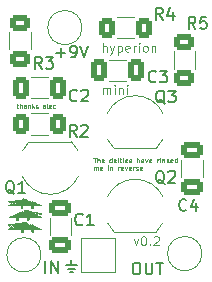
<source format=gto>
%TF.GenerationSoftware,KiCad,Pcbnew,8.0.5*%
%TF.CreationDate,2025-01-13T21:43:40-08:00*%
%TF.ProjectId,hyperion,68797065-7269-46f6-9e2e-6b696361645f,rev?*%
%TF.SameCoordinates,Original*%
%TF.FileFunction,Legend,Top*%
%TF.FilePolarity,Positive*%
%FSLAX46Y46*%
G04 Gerber Fmt 4.6, Leading zero omitted, Abs format (unit mm)*
G04 Created by KiCad (PCBNEW 8.0.5) date 2025-01-13 21:43:40*
%MOMM*%
%LPD*%
G01*
G04 APERTURE LIST*
G04 Aperture macros list*
%AMRoundRect*
0 Rectangle with rounded corners*
0 $1 Rounding radius*
0 $2 $3 $4 $5 $6 $7 $8 $9 X,Y pos of 4 corners*
0 Add a 4 corners polygon primitive as box body*
4,1,4,$2,$3,$4,$5,$6,$7,$8,$9,$2,$3,0*
0 Add four circle primitives for the rounded corners*
1,1,$1+$1,$2,$3*
1,1,$1+$1,$4,$5*
1,1,$1+$1,$6,$7*
1,1,$1+$1,$8,$9*
0 Add four rect primitives between the rounded corners*
20,1,$1+$1,$2,$3,$4,$5,0*
20,1,$1+$1,$4,$5,$6,$7,0*
20,1,$1+$1,$6,$7,$8,$9,0*
20,1,$1+$1,$8,$9,$2,$3,0*%
G04 Aperture macros list end*
%ADD10C,0.095250*%
%ADD11C,0.012700*%
%ADD12C,0.025400*%
%ADD13C,0.044450*%
%ADD14C,0.080010*%
%ADD15C,0.150000*%
%ADD16C,0.120000*%
%ADD17C,2.500000*%
%ADD18R,2.500000X2.500000*%
%ADD19C,1.500000*%
%ADD20R,1.500000X1.500000*%
%ADD21RoundRect,0.250000X-0.412500X-0.650000X0.412500X-0.650000X0.412500X0.650000X-0.412500X0.650000X0*%
%ADD22RoundRect,0.250000X-0.625000X0.400000X-0.625000X-0.400000X0.625000X-0.400000X0.625000X0.400000X0*%
%ADD23RoundRect,0.250000X-0.400000X-0.625000X0.400000X-0.625000X0.400000X0.625000X-0.400000X0.625000X0*%
%ADD24RoundRect,0.250000X0.650000X-0.412500X0.650000X0.412500X-0.650000X0.412500X-0.650000X-0.412500X0*%
%ADD25RoundRect,0.250000X0.625000X-0.400000X0.625000X0.400000X-0.625000X0.400000X-0.625000X-0.400000X0*%
%ADD26RoundRect,0.250000X0.400000X0.625000X-0.400000X0.625000X-0.400000X-0.625000X0.400000X-0.625000X0*%
%ADD27RoundRect,0.250000X-0.650000X0.412500X-0.650000X-0.412500X0.650000X-0.412500X0.650000X0.412500X0*%
G04 APERTURE END LIST*
D10*
X135554092Y-111331792D02*
X135554092Y-110823792D01*
X135554092Y-110896364D02*
X135590378Y-110860078D01*
X135590378Y-110860078D02*
X135662949Y-110823792D01*
X135662949Y-110823792D02*
X135771806Y-110823792D01*
X135771806Y-110823792D02*
X135844378Y-110860078D01*
X135844378Y-110860078D02*
X135880664Y-110932649D01*
X135880664Y-110932649D02*
X135880664Y-111331792D01*
X135880664Y-110932649D02*
X135916949Y-110860078D01*
X135916949Y-110860078D02*
X135989521Y-110823792D01*
X135989521Y-110823792D02*
X136098378Y-110823792D01*
X136098378Y-110823792D02*
X136170949Y-110860078D01*
X136170949Y-110860078D02*
X136207235Y-110932649D01*
X136207235Y-110932649D02*
X136207235Y-111331792D01*
X136570092Y-111331792D02*
X136570092Y-110823792D01*
X136570092Y-110569792D02*
X136533806Y-110606078D01*
X136533806Y-110606078D02*
X136570092Y-110642364D01*
X136570092Y-110642364D02*
X136606378Y-110606078D01*
X136606378Y-110606078D02*
X136570092Y-110569792D01*
X136570092Y-110569792D02*
X136570092Y-110642364D01*
X136932949Y-110823792D02*
X136932949Y-111331792D01*
X136932949Y-110896364D02*
X136969235Y-110860078D01*
X136969235Y-110860078D02*
X137041806Y-110823792D01*
X137041806Y-110823792D02*
X137150663Y-110823792D01*
X137150663Y-110823792D02*
X137223235Y-110860078D01*
X137223235Y-110860078D02*
X137259521Y-110932649D01*
X137259521Y-110932649D02*
X137259521Y-111331792D01*
X137622378Y-111331792D02*
X137622378Y-110823792D01*
X137622378Y-110569792D02*
X137586092Y-110606078D01*
X137586092Y-110606078D02*
X137622378Y-110642364D01*
X137622378Y-110642364D02*
X137658664Y-110606078D01*
X137658664Y-110606078D02*
X137622378Y-110569792D01*
X137622378Y-110569792D02*
X137622378Y-110642364D01*
D11*
X127700000Y-122650000D02*
X127770000Y-122720000D01*
X127620000Y-122490000D02*
X127720000Y-122420000D01*
X127760000Y-122720000D02*
X127800000Y-122650000D01*
X128270000Y-122500000D02*
X128320000Y-122560000D01*
X128210000Y-122550000D02*
X128280000Y-122500000D01*
X128160000Y-122490000D02*
X128210000Y-122550000D01*
X127970000Y-122690000D02*
X128010000Y-122610000D01*
X127880000Y-122450000D02*
X127960000Y-122540000D01*
X128100000Y-122590000D02*
X128150000Y-122640000D01*
X127570000Y-122400000D02*
X127620000Y-122490000D01*
X127960000Y-122540000D02*
X128010000Y-122470000D01*
X127660000Y-122730000D02*
X127700000Y-122650000D01*
X128065000Y-122540000D02*
X128160000Y-122490000D01*
X128320000Y-122560000D02*
X128390000Y-122510000D01*
X127890000Y-122630000D02*
X127950000Y-122670000D01*
X127720000Y-122420000D02*
X127780000Y-122520000D01*
D12*
X128870000Y-122200000D02*
X128870000Y-122300000D01*
X128920000Y-122200000D01*
X129020000Y-122200000D01*
X129070000Y-122250000D01*
X129070000Y-122400000D01*
X129170000Y-122300000D01*
X129270000Y-122450000D01*
X129420000Y-122350000D01*
X129470000Y-122500000D01*
X129570000Y-122400000D01*
X129670000Y-122550000D01*
X129820000Y-122500000D01*
X129870000Y-122600000D01*
X130320000Y-122750000D01*
X129670000Y-122750000D01*
X129670000Y-123000000D01*
X129620000Y-122950000D01*
X129620000Y-123000000D01*
X129570000Y-122950000D01*
X129570000Y-123000000D01*
X129520000Y-122950000D01*
X129520000Y-122750000D01*
X128770000Y-122750000D01*
X128770000Y-123000000D01*
X128720000Y-122950000D01*
X128720000Y-123000000D01*
X128670000Y-122950000D01*
X128670000Y-123000000D01*
X128620000Y-122950000D01*
X128620000Y-122750000D01*
X127570000Y-122750000D01*
X128620000Y-122550000D01*
X127570000Y-122400000D01*
X128670000Y-122300000D01*
X128720000Y-122200000D01*
X128820000Y-122150000D01*
X128870000Y-122200000D01*
G36*
X128870000Y-122200000D02*
G01*
X128870000Y-122300000D01*
X128920000Y-122200000D01*
X129020000Y-122200000D01*
X129070000Y-122250000D01*
X129070000Y-122400000D01*
X129170000Y-122300000D01*
X129270000Y-122450000D01*
X129420000Y-122350000D01*
X129470000Y-122500000D01*
X129570000Y-122400000D01*
X129670000Y-122550000D01*
X129820000Y-122500000D01*
X129870000Y-122600000D01*
X130320000Y-122750000D01*
X129670000Y-122750000D01*
X129670000Y-123000000D01*
X129620000Y-122950000D01*
X129620000Y-123000000D01*
X129570000Y-122950000D01*
X129570000Y-123000000D01*
X129520000Y-122950000D01*
X129520000Y-122750000D01*
X128770000Y-122750000D01*
X128770000Y-123000000D01*
X128720000Y-122950000D01*
X128720000Y-123000000D01*
X128670000Y-122950000D01*
X128670000Y-123000000D01*
X128620000Y-122950000D01*
X128620000Y-122750000D01*
X127570000Y-122750000D01*
X128620000Y-122550000D01*
X127570000Y-122400000D01*
X128670000Y-122300000D01*
X128720000Y-122200000D01*
X128820000Y-122150000D01*
X128870000Y-122200000D01*
G37*
D11*
X127780000Y-122520000D02*
X127880000Y-122450000D01*
X127840000Y-122700000D02*
X127890000Y-122630000D01*
X127800000Y-122650000D02*
X127840000Y-122690000D01*
X128060000Y-122670000D02*
X128100000Y-122590000D01*
X128010000Y-122610000D02*
X128080000Y-122680000D01*
X128010000Y-122470000D02*
X128060000Y-122540000D01*
X129650000Y-121500000D02*
X129600000Y-121560000D01*
X129710000Y-121550000D02*
X129640000Y-121500000D01*
X129760000Y-121490000D02*
X129710000Y-121550000D01*
X129950000Y-121690000D02*
X129910000Y-121610000D01*
X129910000Y-121610000D02*
X129840000Y-121680000D01*
X130260000Y-121730000D02*
X130220000Y-121650000D01*
X129855000Y-121540000D02*
X129760000Y-121490000D01*
X130200000Y-121420000D02*
X130140000Y-121520000D01*
X130120000Y-121650000D02*
X130080000Y-121690000D01*
X130220000Y-121650000D02*
X130150000Y-121720000D01*
X130160000Y-121720000D02*
X130120000Y-121650000D01*
X129820000Y-121590000D02*
X129770000Y-121640000D01*
X129860000Y-121670000D02*
X129820000Y-121590000D01*
X129910000Y-121470000D02*
X129860000Y-121540000D01*
X129960000Y-121540000D02*
X129910000Y-121470000D01*
D12*
X129200000Y-121200000D02*
X129250000Y-121300000D01*
X130350000Y-121400000D01*
X129300000Y-121550000D01*
X130350000Y-121750000D01*
X129300000Y-121750000D01*
X129300000Y-121950000D01*
X129250000Y-122000000D01*
X129250000Y-121950000D01*
X129200000Y-122000000D01*
X129200000Y-121950000D01*
X129150000Y-122000000D01*
X129150000Y-121750000D01*
X128400000Y-121750000D01*
X128400000Y-121950000D01*
X128350000Y-122000000D01*
X128350000Y-121950000D01*
X128300000Y-122000000D01*
X128300000Y-121950000D01*
X128250000Y-122000000D01*
X128250000Y-121750000D01*
X127600000Y-121750000D01*
X128050000Y-121600000D01*
X128100000Y-121500000D01*
X128250000Y-121550000D01*
X128350000Y-121400000D01*
X128450000Y-121500000D01*
X128500000Y-121350000D01*
X128650000Y-121450000D01*
X128750000Y-121300000D01*
X128850000Y-121400000D01*
X128850000Y-121250000D01*
X128900000Y-121200000D01*
X129000000Y-121200000D01*
X129050000Y-121300000D01*
X129050000Y-121200000D01*
X129100000Y-121150000D01*
X129200000Y-121200000D01*
G36*
X129200000Y-121200000D02*
G01*
X129250000Y-121300000D01*
X130350000Y-121400000D01*
X129300000Y-121550000D01*
X130350000Y-121750000D01*
X129300000Y-121750000D01*
X129300000Y-121950000D01*
X129250000Y-122000000D01*
X129250000Y-121950000D01*
X129200000Y-122000000D01*
X129200000Y-121950000D01*
X129150000Y-122000000D01*
X129150000Y-121750000D01*
X128400000Y-121750000D01*
X128400000Y-121950000D01*
X128350000Y-122000000D01*
X128350000Y-121950000D01*
X128300000Y-122000000D01*
X128300000Y-121950000D01*
X128250000Y-122000000D01*
X128250000Y-121750000D01*
X127600000Y-121750000D01*
X128050000Y-121600000D01*
X128100000Y-121500000D01*
X128250000Y-121550000D01*
X128350000Y-121400000D01*
X128450000Y-121500000D01*
X128500000Y-121350000D01*
X128650000Y-121450000D01*
X128750000Y-121300000D01*
X128850000Y-121400000D01*
X128850000Y-121250000D01*
X128900000Y-121200000D01*
X129000000Y-121200000D01*
X129050000Y-121300000D01*
X129050000Y-121200000D01*
X129100000Y-121150000D01*
X129200000Y-121200000D01*
G37*
D11*
X130300000Y-121490000D02*
X130200000Y-121420000D01*
X130040000Y-121450000D02*
X129960000Y-121540000D01*
X129600000Y-121560000D02*
X129530000Y-121510000D01*
X130350000Y-121400000D02*
X130300000Y-121490000D01*
X130140000Y-121520000D02*
X130040000Y-121450000D01*
X130080000Y-121700000D02*
X130030000Y-121630000D01*
X130030000Y-121630000D02*
X129970000Y-121670000D01*
X128300000Y-120580000D02*
X128370000Y-120530000D01*
X128250000Y-120520000D02*
X128300000Y-120580000D01*
X128190000Y-120570000D02*
X128260000Y-120520000D01*
X128140000Y-120510000D02*
X128190000Y-120570000D01*
X127950000Y-120710000D02*
X127990000Y-120630000D01*
X127990000Y-120630000D02*
X128060000Y-120700000D01*
X127780000Y-120670000D02*
X127820000Y-120710000D01*
X127740000Y-120740000D02*
X127780000Y-120670000D01*
X128080000Y-120610000D02*
X128130000Y-120660000D01*
X128040000Y-120690000D02*
X128080000Y-120610000D01*
X127870000Y-120650000D02*
X127930000Y-120690000D01*
X127820000Y-120720000D02*
X127870000Y-120650000D01*
X127680000Y-120670000D02*
X127750000Y-120740000D01*
X127640000Y-120750000D02*
X127680000Y-120670000D01*
X128045000Y-120560000D02*
X128140000Y-120510000D01*
X127990000Y-120490000D02*
X128040000Y-120560000D01*
X127940000Y-120560000D02*
X127990000Y-120490000D01*
X127860000Y-120470000D02*
X127940000Y-120560000D01*
X127760000Y-120540000D02*
X127860000Y-120470000D01*
X127700000Y-120440000D02*
X127760000Y-120540000D01*
X127600000Y-120510000D02*
X127700000Y-120440000D01*
X127550000Y-120420000D02*
X127600000Y-120510000D01*
D12*
X128850000Y-120220000D02*
X128850000Y-120320000D01*
X128900000Y-120220000D01*
X129000000Y-120220000D01*
X129050000Y-120270000D01*
X129050000Y-120420000D01*
X129150000Y-120320000D01*
X129250000Y-120470000D01*
X129400000Y-120370000D01*
X129450000Y-120520000D01*
X129550000Y-120420000D01*
X129650000Y-120570000D01*
X129800000Y-120520000D01*
X129850000Y-120620000D01*
X130300000Y-120770000D01*
X129650000Y-120770000D01*
X129650000Y-121020000D01*
X129600000Y-120970000D01*
X129600000Y-121020000D01*
X129550000Y-120970000D01*
X129550000Y-121020000D01*
X129500000Y-120970000D01*
X129500000Y-120770000D01*
X128750000Y-120770000D01*
X128750000Y-121020000D01*
X128700000Y-120970000D01*
X128700000Y-121020000D01*
X128650000Y-120970000D01*
X128650000Y-121020000D01*
X128600000Y-120970000D01*
X128600000Y-120770000D01*
X127550000Y-120770000D01*
X128600000Y-120570000D01*
X127550000Y-120420000D01*
X128650000Y-120320000D01*
X128700000Y-120220000D01*
X128800000Y-120170000D01*
X128850000Y-120220000D01*
G36*
X128850000Y-120220000D02*
G01*
X128850000Y-120320000D01*
X128900000Y-120220000D01*
X129000000Y-120220000D01*
X129050000Y-120270000D01*
X129050000Y-120420000D01*
X129150000Y-120320000D01*
X129250000Y-120470000D01*
X129400000Y-120370000D01*
X129450000Y-120520000D01*
X129550000Y-120420000D01*
X129650000Y-120570000D01*
X129800000Y-120520000D01*
X129850000Y-120620000D01*
X130300000Y-120770000D01*
X129650000Y-120770000D01*
X129650000Y-121020000D01*
X129600000Y-120970000D01*
X129600000Y-121020000D01*
X129550000Y-120970000D01*
X129550000Y-121020000D01*
X129500000Y-120970000D01*
X129500000Y-120770000D01*
X128750000Y-120770000D01*
X128750000Y-121020000D01*
X128700000Y-120970000D01*
X128700000Y-121020000D01*
X128650000Y-120970000D01*
X128650000Y-121020000D01*
X128600000Y-120970000D01*
X128600000Y-120770000D01*
X127550000Y-120770000D01*
X128600000Y-120570000D01*
X127550000Y-120420000D01*
X128650000Y-120320000D01*
X128700000Y-120220000D01*
X128800000Y-120170000D01*
X128850000Y-120220000D01*
G37*
D13*
X128275528Y-112297060D02*
X128420671Y-112297060D01*
X128329957Y-112170060D02*
X128329957Y-112496632D01*
X128329957Y-112496632D02*
X128348100Y-112532918D01*
X128348100Y-112532918D02*
X128384385Y-112551060D01*
X128384385Y-112551060D02*
X128420671Y-112551060D01*
X128547671Y-112551060D02*
X128547671Y-112170060D01*
X128710957Y-112551060D02*
X128710957Y-112351489D01*
X128710957Y-112351489D02*
X128692814Y-112315203D01*
X128692814Y-112315203D02*
X128656528Y-112297060D01*
X128656528Y-112297060D02*
X128602099Y-112297060D01*
X128602099Y-112297060D02*
X128565814Y-112315203D01*
X128565814Y-112315203D02*
X128547671Y-112333346D01*
X129055671Y-112551060D02*
X129055671Y-112351489D01*
X129055671Y-112351489D02*
X129037528Y-112315203D01*
X129037528Y-112315203D02*
X129001242Y-112297060D01*
X129001242Y-112297060D02*
X128928671Y-112297060D01*
X128928671Y-112297060D02*
X128892385Y-112315203D01*
X129055671Y-112532918D02*
X129019385Y-112551060D01*
X129019385Y-112551060D02*
X128928671Y-112551060D01*
X128928671Y-112551060D02*
X128892385Y-112532918D01*
X128892385Y-112532918D02*
X128874242Y-112496632D01*
X128874242Y-112496632D02*
X128874242Y-112460346D01*
X128874242Y-112460346D02*
X128892385Y-112424060D01*
X128892385Y-112424060D02*
X128928671Y-112405918D01*
X128928671Y-112405918D02*
X129019385Y-112405918D01*
X129019385Y-112405918D02*
X129055671Y-112387775D01*
X129237099Y-112297060D02*
X129237099Y-112551060D01*
X129237099Y-112333346D02*
X129255242Y-112315203D01*
X129255242Y-112315203D02*
X129291527Y-112297060D01*
X129291527Y-112297060D02*
X129345956Y-112297060D01*
X129345956Y-112297060D02*
X129382242Y-112315203D01*
X129382242Y-112315203D02*
X129400385Y-112351489D01*
X129400385Y-112351489D02*
X129400385Y-112551060D01*
X129581813Y-112551060D02*
X129581813Y-112170060D01*
X129618099Y-112405918D02*
X129726956Y-112551060D01*
X129726956Y-112297060D02*
X129581813Y-112442203D01*
X129872099Y-112532918D02*
X129908385Y-112551060D01*
X129908385Y-112551060D02*
X129980956Y-112551060D01*
X129980956Y-112551060D02*
X130017242Y-112532918D01*
X130017242Y-112532918D02*
X130035385Y-112496632D01*
X130035385Y-112496632D02*
X130035385Y-112478489D01*
X130035385Y-112478489D02*
X130017242Y-112442203D01*
X130017242Y-112442203D02*
X129980956Y-112424060D01*
X129980956Y-112424060D02*
X129926528Y-112424060D01*
X129926528Y-112424060D02*
X129890242Y-112405918D01*
X129890242Y-112405918D02*
X129872099Y-112369632D01*
X129872099Y-112369632D02*
X129872099Y-112351489D01*
X129872099Y-112351489D02*
X129890242Y-112315203D01*
X129890242Y-112315203D02*
X129926528Y-112297060D01*
X129926528Y-112297060D02*
X129980956Y-112297060D01*
X129980956Y-112297060D02*
X130017242Y-112315203D01*
X130652243Y-112551060D02*
X130652243Y-112351489D01*
X130652243Y-112351489D02*
X130634100Y-112315203D01*
X130634100Y-112315203D02*
X130597814Y-112297060D01*
X130597814Y-112297060D02*
X130525243Y-112297060D01*
X130525243Y-112297060D02*
X130488957Y-112315203D01*
X130652243Y-112532918D02*
X130615957Y-112551060D01*
X130615957Y-112551060D02*
X130525243Y-112551060D01*
X130525243Y-112551060D02*
X130488957Y-112532918D01*
X130488957Y-112532918D02*
X130470814Y-112496632D01*
X130470814Y-112496632D02*
X130470814Y-112460346D01*
X130470814Y-112460346D02*
X130488957Y-112424060D01*
X130488957Y-112424060D02*
X130525243Y-112405918D01*
X130525243Y-112405918D02*
X130615957Y-112405918D01*
X130615957Y-112405918D02*
X130652243Y-112387775D01*
X130888099Y-112551060D02*
X130851814Y-112532918D01*
X130851814Y-112532918D02*
X130833671Y-112496632D01*
X130833671Y-112496632D02*
X130833671Y-112170060D01*
X131178385Y-112532918D02*
X131142099Y-112551060D01*
X131142099Y-112551060D02*
X131069528Y-112551060D01*
X131069528Y-112551060D02*
X131033242Y-112532918D01*
X131033242Y-112532918D02*
X131015099Y-112496632D01*
X131015099Y-112496632D02*
X131015099Y-112351489D01*
X131015099Y-112351489D02*
X131033242Y-112315203D01*
X131033242Y-112315203D02*
X131069528Y-112297060D01*
X131069528Y-112297060D02*
X131142099Y-112297060D01*
X131142099Y-112297060D02*
X131178385Y-112315203D01*
X131178385Y-112315203D02*
X131196528Y-112351489D01*
X131196528Y-112351489D02*
X131196528Y-112387775D01*
X131196528Y-112387775D02*
X131015099Y-112424060D01*
X131523099Y-112532918D02*
X131486813Y-112551060D01*
X131486813Y-112551060D02*
X131414241Y-112551060D01*
X131414241Y-112551060D02*
X131377956Y-112532918D01*
X131377956Y-112532918D02*
X131359813Y-112514775D01*
X131359813Y-112514775D02*
X131341670Y-112478489D01*
X131341670Y-112478489D02*
X131341670Y-112369632D01*
X131341670Y-112369632D02*
X131359813Y-112333346D01*
X131359813Y-112333346D02*
X131377956Y-112315203D01*
X131377956Y-112315203D02*
X131414241Y-112297060D01*
X131414241Y-112297060D02*
X131486813Y-112297060D01*
X131486813Y-112297060D02*
X131523099Y-112315203D01*
D14*
X134741342Y-116745422D02*
X134973571Y-116745422D01*
X134857457Y-117151822D02*
X134857457Y-116745422D01*
X135109037Y-117151822D02*
X135109037Y-116745422D01*
X135283209Y-117151822D02*
X135283209Y-116938946D01*
X135283209Y-116938946D02*
X135263856Y-116900241D01*
X135263856Y-116900241D02*
X135225152Y-116880889D01*
X135225152Y-116880889D02*
X135167095Y-116880889D01*
X135167095Y-116880889D02*
X135128390Y-116900241D01*
X135128390Y-116900241D02*
X135109037Y-116919593D01*
X135631551Y-117132470D02*
X135592847Y-117151822D01*
X135592847Y-117151822D02*
X135515437Y-117151822D01*
X135515437Y-117151822D02*
X135476732Y-117132470D01*
X135476732Y-117132470D02*
X135457380Y-117093765D01*
X135457380Y-117093765D02*
X135457380Y-116938946D01*
X135457380Y-116938946D02*
X135476732Y-116900241D01*
X135476732Y-116900241D02*
X135515437Y-116880889D01*
X135515437Y-116880889D02*
X135592847Y-116880889D01*
X135592847Y-116880889D02*
X135631551Y-116900241D01*
X135631551Y-116900241D02*
X135650904Y-116938946D01*
X135650904Y-116938946D02*
X135650904Y-116977650D01*
X135650904Y-116977650D02*
X135457380Y-117016355D01*
X136308885Y-117151822D02*
X136308885Y-116745422D01*
X136308885Y-117132470D02*
X136270180Y-117151822D01*
X136270180Y-117151822D02*
X136192771Y-117151822D01*
X136192771Y-117151822D02*
X136154066Y-117132470D01*
X136154066Y-117132470D02*
X136134713Y-117113117D01*
X136134713Y-117113117D02*
X136115361Y-117074412D01*
X136115361Y-117074412D02*
X136115361Y-116958298D01*
X136115361Y-116958298D02*
X136134713Y-116919593D01*
X136134713Y-116919593D02*
X136154066Y-116900241D01*
X136154066Y-116900241D02*
X136192771Y-116880889D01*
X136192771Y-116880889D02*
X136270180Y-116880889D01*
X136270180Y-116880889D02*
X136308885Y-116900241D01*
X136657227Y-117132470D02*
X136618523Y-117151822D01*
X136618523Y-117151822D02*
X136541113Y-117151822D01*
X136541113Y-117151822D02*
X136502408Y-117132470D01*
X136502408Y-117132470D02*
X136483056Y-117093765D01*
X136483056Y-117093765D02*
X136483056Y-116938946D01*
X136483056Y-116938946D02*
X136502408Y-116900241D01*
X136502408Y-116900241D02*
X136541113Y-116880889D01*
X136541113Y-116880889D02*
X136618523Y-116880889D01*
X136618523Y-116880889D02*
X136657227Y-116900241D01*
X136657227Y-116900241D02*
X136676580Y-116938946D01*
X136676580Y-116938946D02*
X136676580Y-116977650D01*
X136676580Y-116977650D02*
X136483056Y-117016355D01*
X136850751Y-117151822D02*
X136850751Y-116880889D01*
X136850751Y-116745422D02*
X136831399Y-116764774D01*
X136831399Y-116764774D02*
X136850751Y-116784127D01*
X136850751Y-116784127D02*
X136870104Y-116764774D01*
X136870104Y-116764774D02*
X136850751Y-116745422D01*
X136850751Y-116745422D02*
X136850751Y-116784127D01*
X136986218Y-116880889D02*
X137141037Y-116880889D01*
X137044275Y-116745422D02*
X137044275Y-117093765D01*
X137044275Y-117093765D02*
X137063628Y-117132470D01*
X137063628Y-117132470D02*
X137102333Y-117151822D01*
X137102333Y-117151822D02*
X137141037Y-117151822D01*
X137276504Y-117151822D02*
X137276504Y-116880889D01*
X137276504Y-116745422D02*
X137257152Y-116764774D01*
X137257152Y-116764774D02*
X137276504Y-116784127D01*
X137276504Y-116784127D02*
X137295857Y-116764774D01*
X137295857Y-116764774D02*
X137276504Y-116745422D01*
X137276504Y-116745422D02*
X137276504Y-116784127D01*
X137624847Y-117132470D02*
X137586143Y-117151822D01*
X137586143Y-117151822D02*
X137508733Y-117151822D01*
X137508733Y-117151822D02*
X137470028Y-117132470D01*
X137470028Y-117132470D02*
X137450676Y-117093765D01*
X137450676Y-117093765D02*
X137450676Y-116938946D01*
X137450676Y-116938946D02*
X137470028Y-116900241D01*
X137470028Y-116900241D02*
X137508733Y-116880889D01*
X137508733Y-116880889D02*
X137586143Y-116880889D01*
X137586143Y-116880889D02*
X137624847Y-116900241D01*
X137624847Y-116900241D02*
X137644200Y-116938946D01*
X137644200Y-116938946D02*
X137644200Y-116977650D01*
X137644200Y-116977650D02*
X137450676Y-117016355D01*
X137799019Y-117132470D02*
X137837724Y-117151822D01*
X137837724Y-117151822D02*
X137915133Y-117151822D01*
X137915133Y-117151822D02*
X137953838Y-117132470D01*
X137953838Y-117132470D02*
X137973190Y-117093765D01*
X137973190Y-117093765D02*
X137973190Y-117074412D01*
X137973190Y-117074412D02*
X137953838Y-117035708D01*
X137953838Y-117035708D02*
X137915133Y-117016355D01*
X137915133Y-117016355D02*
X137857076Y-117016355D01*
X137857076Y-117016355D02*
X137818371Y-116997003D01*
X137818371Y-116997003D02*
X137799019Y-116958298D01*
X137799019Y-116958298D02*
X137799019Y-116938946D01*
X137799019Y-116938946D02*
X137818371Y-116900241D01*
X137818371Y-116900241D02*
X137857076Y-116880889D01*
X137857076Y-116880889D02*
X137915133Y-116880889D01*
X137915133Y-116880889D02*
X137953838Y-116900241D01*
X138456999Y-117151822D02*
X138456999Y-116745422D01*
X138631171Y-117151822D02*
X138631171Y-116938946D01*
X138631171Y-116938946D02*
X138611818Y-116900241D01*
X138611818Y-116900241D02*
X138573114Y-116880889D01*
X138573114Y-116880889D02*
X138515057Y-116880889D01*
X138515057Y-116880889D02*
X138476352Y-116900241D01*
X138476352Y-116900241D02*
X138456999Y-116919593D01*
X138998866Y-117151822D02*
X138998866Y-116938946D01*
X138998866Y-116938946D02*
X138979513Y-116900241D01*
X138979513Y-116900241D02*
X138940809Y-116880889D01*
X138940809Y-116880889D02*
X138863399Y-116880889D01*
X138863399Y-116880889D02*
X138824694Y-116900241D01*
X138998866Y-117132470D02*
X138960161Y-117151822D01*
X138960161Y-117151822D02*
X138863399Y-117151822D01*
X138863399Y-117151822D02*
X138824694Y-117132470D01*
X138824694Y-117132470D02*
X138805342Y-117093765D01*
X138805342Y-117093765D02*
X138805342Y-117055060D01*
X138805342Y-117055060D02*
X138824694Y-117016355D01*
X138824694Y-117016355D02*
X138863399Y-116997003D01*
X138863399Y-116997003D02*
X138960161Y-116997003D01*
X138960161Y-116997003D02*
X138998866Y-116977650D01*
X139153685Y-116880889D02*
X139250447Y-117151822D01*
X139250447Y-117151822D02*
X139347208Y-116880889D01*
X139656846Y-117132470D02*
X139618142Y-117151822D01*
X139618142Y-117151822D02*
X139540732Y-117151822D01*
X139540732Y-117151822D02*
X139502027Y-117132470D01*
X139502027Y-117132470D02*
X139482675Y-117093765D01*
X139482675Y-117093765D02*
X139482675Y-116938946D01*
X139482675Y-116938946D02*
X139502027Y-116900241D01*
X139502027Y-116900241D02*
X139540732Y-116880889D01*
X139540732Y-116880889D02*
X139618142Y-116880889D01*
X139618142Y-116880889D02*
X139656846Y-116900241D01*
X139656846Y-116900241D02*
X139676199Y-116938946D01*
X139676199Y-116938946D02*
X139676199Y-116977650D01*
X139676199Y-116977650D02*
X139482675Y-117016355D01*
X140160008Y-117151822D02*
X140160008Y-116880889D01*
X140160008Y-116958298D02*
X140179361Y-116919593D01*
X140179361Y-116919593D02*
X140198713Y-116900241D01*
X140198713Y-116900241D02*
X140237418Y-116880889D01*
X140237418Y-116880889D02*
X140276123Y-116880889D01*
X140411589Y-117151822D02*
X140411589Y-116880889D01*
X140411589Y-116745422D02*
X140392237Y-116764774D01*
X140392237Y-116764774D02*
X140411589Y-116784127D01*
X140411589Y-116784127D02*
X140430942Y-116764774D01*
X140430942Y-116764774D02*
X140411589Y-116745422D01*
X140411589Y-116745422D02*
X140411589Y-116784127D01*
X140605113Y-116880889D02*
X140605113Y-117151822D01*
X140605113Y-116919593D02*
X140624466Y-116900241D01*
X140624466Y-116900241D02*
X140663171Y-116880889D01*
X140663171Y-116880889D02*
X140721228Y-116880889D01*
X140721228Y-116880889D02*
X140759932Y-116900241D01*
X140759932Y-116900241D02*
X140779285Y-116938946D01*
X140779285Y-116938946D02*
X140779285Y-117151822D01*
X140953456Y-117132470D02*
X140992161Y-117151822D01*
X140992161Y-117151822D02*
X141069570Y-117151822D01*
X141069570Y-117151822D02*
X141108275Y-117132470D01*
X141108275Y-117132470D02*
X141127627Y-117093765D01*
X141127627Y-117093765D02*
X141127627Y-117074412D01*
X141127627Y-117074412D02*
X141108275Y-117035708D01*
X141108275Y-117035708D02*
X141069570Y-117016355D01*
X141069570Y-117016355D02*
X141011513Y-117016355D01*
X141011513Y-117016355D02*
X140972808Y-116997003D01*
X140972808Y-116997003D02*
X140953456Y-116958298D01*
X140953456Y-116958298D02*
X140953456Y-116938946D01*
X140953456Y-116938946D02*
X140972808Y-116900241D01*
X140972808Y-116900241D02*
X141011513Y-116880889D01*
X141011513Y-116880889D02*
X141069570Y-116880889D01*
X141069570Y-116880889D02*
X141108275Y-116900241D01*
X141456617Y-117132470D02*
X141417913Y-117151822D01*
X141417913Y-117151822D02*
X141340503Y-117151822D01*
X141340503Y-117151822D02*
X141301798Y-117132470D01*
X141301798Y-117132470D02*
X141282446Y-117093765D01*
X141282446Y-117093765D02*
X141282446Y-116938946D01*
X141282446Y-116938946D02*
X141301798Y-116900241D01*
X141301798Y-116900241D02*
X141340503Y-116880889D01*
X141340503Y-116880889D02*
X141417913Y-116880889D01*
X141417913Y-116880889D02*
X141456617Y-116900241D01*
X141456617Y-116900241D02*
X141475970Y-116938946D01*
X141475970Y-116938946D02*
X141475970Y-116977650D01*
X141475970Y-116977650D02*
X141282446Y-117016355D01*
X141824313Y-117151822D02*
X141824313Y-116745422D01*
X141824313Y-117132470D02*
X141785608Y-117151822D01*
X141785608Y-117151822D02*
X141708199Y-117151822D01*
X141708199Y-117151822D02*
X141669494Y-117132470D01*
X141669494Y-117132470D02*
X141650141Y-117113117D01*
X141650141Y-117113117D02*
X141630789Y-117074412D01*
X141630789Y-117074412D02*
X141630789Y-116958298D01*
X141630789Y-116958298D02*
X141650141Y-116919593D01*
X141650141Y-116919593D02*
X141669494Y-116900241D01*
X141669494Y-116900241D02*
X141708199Y-116880889D01*
X141708199Y-116880889D02*
X141785608Y-116880889D01*
X141785608Y-116880889D02*
X141824313Y-116900241D01*
X134799399Y-117806103D02*
X134799399Y-117535170D01*
X134799399Y-117573874D02*
X134818752Y-117554522D01*
X134818752Y-117554522D02*
X134857457Y-117535170D01*
X134857457Y-117535170D02*
X134915514Y-117535170D01*
X134915514Y-117535170D02*
X134954218Y-117554522D01*
X134954218Y-117554522D02*
X134973571Y-117593227D01*
X134973571Y-117593227D02*
X134973571Y-117806103D01*
X134973571Y-117593227D02*
X134992923Y-117554522D01*
X134992923Y-117554522D02*
X135031628Y-117535170D01*
X135031628Y-117535170D02*
X135089685Y-117535170D01*
X135089685Y-117535170D02*
X135128390Y-117554522D01*
X135128390Y-117554522D02*
X135147742Y-117593227D01*
X135147742Y-117593227D02*
X135147742Y-117806103D01*
X135496085Y-117786751D02*
X135457381Y-117806103D01*
X135457381Y-117806103D02*
X135379971Y-117806103D01*
X135379971Y-117806103D02*
X135341266Y-117786751D01*
X135341266Y-117786751D02*
X135321914Y-117748046D01*
X135321914Y-117748046D02*
X135321914Y-117593227D01*
X135321914Y-117593227D02*
X135341266Y-117554522D01*
X135341266Y-117554522D02*
X135379971Y-117535170D01*
X135379971Y-117535170D02*
X135457381Y-117535170D01*
X135457381Y-117535170D02*
X135496085Y-117554522D01*
X135496085Y-117554522D02*
X135515438Y-117593227D01*
X135515438Y-117593227D02*
X135515438Y-117631931D01*
X135515438Y-117631931D02*
X135321914Y-117670636D01*
X135999247Y-117806103D02*
X135999247Y-117535170D01*
X135999247Y-117399703D02*
X135979895Y-117419055D01*
X135979895Y-117419055D02*
X135999247Y-117438408D01*
X135999247Y-117438408D02*
X136018600Y-117419055D01*
X136018600Y-117419055D02*
X135999247Y-117399703D01*
X135999247Y-117399703D02*
X135999247Y-117438408D01*
X136192771Y-117535170D02*
X136192771Y-117806103D01*
X136192771Y-117573874D02*
X136212124Y-117554522D01*
X136212124Y-117554522D02*
X136250829Y-117535170D01*
X136250829Y-117535170D02*
X136308886Y-117535170D01*
X136308886Y-117535170D02*
X136347590Y-117554522D01*
X136347590Y-117554522D02*
X136366943Y-117593227D01*
X136366943Y-117593227D02*
X136366943Y-117806103D01*
X136870104Y-117806103D02*
X136870104Y-117535170D01*
X136870104Y-117612579D02*
X136889457Y-117573874D01*
X136889457Y-117573874D02*
X136908809Y-117554522D01*
X136908809Y-117554522D02*
X136947514Y-117535170D01*
X136947514Y-117535170D02*
X136986219Y-117535170D01*
X137276504Y-117786751D02*
X137237800Y-117806103D01*
X137237800Y-117806103D02*
X137160390Y-117806103D01*
X137160390Y-117806103D02*
X137121685Y-117786751D01*
X137121685Y-117786751D02*
X137102333Y-117748046D01*
X137102333Y-117748046D02*
X137102333Y-117593227D01*
X137102333Y-117593227D02*
X137121685Y-117554522D01*
X137121685Y-117554522D02*
X137160390Y-117535170D01*
X137160390Y-117535170D02*
X137237800Y-117535170D01*
X137237800Y-117535170D02*
X137276504Y-117554522D01*
X137276504Y-117554522D02*
X137295857Y-117593227D01*
X137295857Y-117593227D02*
X137295857Y-117631931D01*
X137295857Y-117631931D02*
X137102333Y-117670636D01*
X137431324Y-117535170D02*
X137528086Y-117806103D01*
X137528086Y-117806103D02*
X137624847Y-117535170D01*
X137934485Y-117786751D02*
X137895781Y-117806103D01*
X137895781Y-117806103D02*
X137818371Y-117806103D01*
X137818371Y-117806103D02*
X137779666Y-117786751D01*
X137779666Y-117786751D02*
X137760314Y-117748046D01*
X137760314Y-117748046D02*
X137760314Y-117593227D01*
X137760314Y-117593227D02*
X137779666Y-117554522D01*
X137779666Y-117554522D02*
X137818371Y-117535170D01*
X137818371Y-117535170D02*
X137895781Y-117535170D01*
X137895781Y-117535170D02*
X137934485Y-117554522D01*
X137934485Y-117554522D02*
X137953838Y-117593227D01*
X137953838Y-117593227D02*
X137953838Y-117631931D01*
X137953838Y-117631931D02*
X137760314Y-117670636D01*
X138128009Y-117806103D02*
X138128009Y-117535170D01*
X138128009Y-117612579D02*
X138147362Y-117573874D01*
X138147362Y-117573874D02*
X138166714Y-117554522D01*
X138166714Y-117554522D02*
X138205419Y-117535170D01*
X138205419Y-117535170D02*
X138244124Y-117535170D01*
X138360238Y-117786751D02*
X138398943Y-117806103D01*
X138398943Y-117806103D02*
X138476352Y-117806103D01*
X138476352Y-117806103D02*
X138515057Y-117786751D01*
X138515057Y-117786751D02*
X138534409Y-117748046D01*
X138534409Y-117748046D02*
X138534409Y-117728693D01*
X138534409Y-117728693D02*
X138515057Y-117689989D01*
X138515057Y-117689989D02*
X138476352Y-117670636D01*
X138476352Y-117670636D02*
X138418295Y-117670636D01*
X138418295Y-117670636D02*
X138379590Y-117651284D01*
X138379590Y-117651284D02*
X138360238Y-117612579D01*
X138360238Y-117612579D02*
X138360238Y-117593227D01*
X138360238Y-117593227D02*
X138379590Y-117554522D01*
X138379590Y-117554522D02*
X138418295Y-117535170D01*
X138418295Y-117535170D02*
X138476352Y-117535170D01*
X138476352Y-117535170D02*
X138515057Y-117554522D01*
X138863399Y-117786751D02*
X138824695Y-117806103D01*
X138824695Y-117806103D02*
X138747285Y-117806103D01*
X138747285Y-117806103D02*
X138708580Y-117786751D01*
X138708580Y-117786751D02*
X138689228Y-117748046D01*
X138689228Y-117748046D02*
X138689228Y-117593227D01*
X138689228Y-117593227D02*
X138708580Y-117554522D01*
X138708580Y-117554522D02*
X138747285Y-117535170D01*
X138747285Y-117535170D02*
X138824695Y-117535170D01*
X138824695Y-117535170D02*
X138863399Y-117554522D01*
X138863399Y-117554522D02*
X138882752Y-117593227D01*
X138882752Y-117593227D02*
X138882752Y-117631931D01*
X138882752Y-117631931D02*
X138689228Y-117670636D01*
D10*
X138181521Y-123653792D02*
X138362949Y-124161792D01*
X138362949Y-124161792D02*
X138544378Y-123653792D01*
X138979806Y-123399792D02*
X139052377Y-123399792D01*
X139052377Y-123399792D02*
X139124949Y-123436078D01*
X139124949Y-123436078D02*
X139161235Y-123472364D01*
X139161235Y-123472364D02*
X139197520Y-123544935D01*
X139197520Y-123544935D02*
X139233806Y-123690078D01*
X139233806Y-123690078D02*
X139233806Y-123871507D01*
X139233806Y-123871507D02*
X139197520Y-124016649D01*
X139197520Y-124016649D02*
X139161235Y-124089221D01*
X139161235Y-124089221D02*
X139124949Y-124125507D01*
X139124949Y-124125507D02*
X139052377Y-124161792D01*
X139052377Y-124161792D02*
X138979806Y-124161792D01*
X138979806Y-124161792D02*
X138907235Y-124125507D01*
X138907235Y-124125507D02*
X138870949Y-124089221D01*
X138870949Y-124089221D02*
X138834663Y-124016649D01*
X138834663Y-124016649D02*
X138798377Y-123871507D01*
X138798377Y-123871507D02*
X138798377Y-123690078D01*
X138798377Y-123690078D02*
X138834663Y-123544935D01*
X138834663Y-123544935D02*
X138870949Y-123472364D01*
X138870949Y-123472364D02*
X138907235Y-123436078D01*
X138907235Y-123436078D02*
X138979806Y-123399792D01*
X139560377Y-124089221D02*
X139596663Y-124125507D01*
X139596663Y-124125507D02*
X139560377Y-124161792D01*
X139560377Y-124161792D02*
X139524091Y-124125507D01*
X139524091Y-124125507D02*
X139560377Y-124089221D01*
X139560377Y-124089221D02*
X139560377Y-124161792D01*
X139886948Y-123472364D02*
X139923234Y-123436078D01*
X139923234Y-123436078D02*
X139995806Y-123399792D01*
X139995806Y-123399792D02*
X140177234Y-123399792D01*
X140177234Y-123399792D02*
X140249806Y-123436078D01*
X140249806Y-123436078D02*
X140286091Y-123472364D01*
X140286091Y-123472364D02*
X140322377Y-123544935D01*
X140322377Y-123544935D02*
X140322377Y-123617507D01*
X140322377Y-123617507D02*
X140286091Y-123726364D01*
X140286091Y-123726364D02*
X139850663Y-124161792D01*
X139850663Y-124161792D02*
X140322377Y-124161792D01*
X135554092Y-107771792D02*
X135554092Y-107009792D01*
X135880664Y-107771792D02*
X135880664Y-107372649D01*
X135880664Y-107372649D02*
X135844378Y-107300078D01*
X135844378Y-107300078D02*
X135771806Y-107263792D01*
X135771806Y-107263792D02*
X135662949Y-107263792D01*
X135662949Y-107263792D02*
X135590378Y-107300078D01*
X135590378Y-107300078D02*
X135554092Y-107336364D01*
X136170950Y-107263792D02*
X136352378Y-107771792D01*
X136533807Y-107263792D02*
X136352378Y-107771792D01*
X136352378Y-107771792D02*
X136279807Y-107953221D01*
X136279807Y-107953221D02*
X136243521Y-107989507D01*
X136243521Y-107989507D02*
X136170950Y-108025792D01*
X136824092Y-107263792D02*
X136824092Y-108025792D01*
X136824092Y-107300078D02*
X136896664Y-107263792D01*
X136896664Y-107263792D02*
X137041806Y-107263792D01*
X137041806Y-107263792D02*
X137114378Y-107300078D01*
X137114378Y-107300078D02*
X137150664Y-107336364D01*
X137150664Y-107336364D02*
X137186949Y-107408935D01*
X137186949Y-107408935D02*
X137186949Y-107626649D01*
X137186949Y-107626649D02*
X137150664Y-107699221D01*
X137150664Y-107699221D02*
X137114378Y-107735507D01*
X137114378Y-107735507D02*
X137041806Y-107771792D01*
X137041806Y-107771792D02*
X136896664Y-107771792D01*
X136896664Y-107771792D02*
X136824092Y-107735507D01*
X137803807Y-107735507D02*
X137731235Y-107771792D01*
X137731235Y-107771792D02*
X137586093Y-107771792D01*
X137586093Y-107771792D02*
X137513521Y-107735507D01*
X137513521Y-107735507D02*
X137477235Y-107662935D01*
X137477235Y-107662935D02*
X137477235Y-107372649D01*
X137477235Y-107372649D02*
X137513521Y-107300078D01*
X137513521Y-107300078D02*
X137586093Y-107263792D01*
X137586093Y-107263792D02*
X137731235Y-107263792D01*
X137731235Y-107263792D02*
X137803807Y-107300078D01*
X137803807Y-107300078D02*
X137840093Y-107372649D01*
X137840093Y-107372649D02*
X137840093Y-107445221D01*
X137840093Y-107445221D02*
X137477235Y-107517792D01*
X138166664Y-107771792D02*
X138166664Y-107263792D01*
X138166664Y-107408935D02*
X138202950Y-107336364D01*
X138202950Y-107336364D02*
X138239236Y-107300078D01*
X138239236Y-107300078D02*
X138311807Y-107263792D01*
X138311807Y-107263792D02*
X138384378Y-107263792D01*
X138638378Y-107771792D02*
X138638378Y-107263792D01*
X138638378Y-107009792D02*
X138602092Y-107046078D01*
X138602092Y-107046078D02*
X138638378Y-107082364D01*
X138638378Y-107082364D02*
X138674664Y-107046078D01*
X138674664Y-107046078D02*
X138638378Y-107009792D01*
X138638378Y-107009792D02*
X138638378Y-107082364D01*
X139110092Y-107771792D02*
X139037521Y-107735507D01*
X139037521Y-107735507D02*
X139001235Y-107699221D01*
X139001235Y-107699221D02*
X138964949Y-107626649D01*
X138964949Y-107626649D02*
X138964949Y-107408935D01*
X138964949Y-107408935D02*
X139001235Y-107336364D01*
X139001235Y-107336364D02*
X139037521Y-107300078D01*
X139037521Y-107300078D02*
X139110092Y-107263792D01*
X139110092Y-107263792D02*
X139218949Y-107263792D01*
X139218949Y-107263792D02*
X139291521Y-107300078D01*
X139291521Y-107300078D02*
X139327807Y-107336364D01*
X139327807Y-107336364D02*
X139364092Y-107408935D01*
X139364092Y-107408935D02*
X139364092Y-107626649D01*
X139364092Y-107626649D02*
X139327807Y-107699221D01*
X139327807Y-107699221D02*
X139291521Y-107735507D01*
X139291521Y-107735507D02*
X139218949Y-107771792D01*
X139218949Y-107771792D02*
X139110092Y-107771792D01*
X139690664Y-107263792D02*
X139690664Y-107771792D01*
X139690664Y-107336364D02*
X139726950Y-107300078D01*
X139726950Y-107300078D02*
X139799521Y-107263792D01*
X139799521Y-107263792D02*
X139908378Y-107263792D01*
X139908378Y-107263792D02*
X139980950Y-107300078D01*
X139980950Y-107300078D02*
X140017236Y-107372649D01*
X140017236Y-107372649D02*
X140017236Y-107771792D01*
D15*
X130692591Y-126489619D02*
X130692591Y-125489619D01*
X131168781Y-126489619D02*
X131168781Y-125489619D01*
X131168781Y-125489619D02*
X131740209Y-126489619D01*
X131740209Y-126489619D02*
X131740209Y-125489619D01*
X138320000Y-125624819D02*
X138510476Y-125624819D01*
X138510476Y-125624819D02*
X138605714Y-125672438D01*
X138605714Y-125672438D02*
X138700952Y-125767676D01*
X138700952Y-125767676D02*
X138748571Y-125958152D01*
X138748571Y-125958152D02*
X138748571Y-126291485D01*
X138748571Y-126291485D02*
X138700952Y-126481961D01*
X138700952Y-126481961D02*
X138605714Y-126577200D01*
X138605714Y-126577200D02*
X138510476Y-126624819D01*
X138510476Y-126624819D02*
X138320000Y-126624819D01*
X138320000Y-126624819D02*
X138224762Y-126577200D01*
X138224762Y-126577200D02*
X138129524Y-126481961D01*
X138129524Y-126481961D02*
X138081905Y-126291485D01*
X138081905Y-126291485D02*
X138081905Y-125958152D01*
X138081905Y-125958152D02*
X138129524Y-125767676D01*
X138129524Y-125767676D02*
X138224762Y-125672438D01*
X138224762Y-125672438D02*
X138320000Y-125624819D01*
X139177143Y-125624819D02*
X139177143Y-126434342D01*
X139177143Y-126434342D02*
X139224762Y-126529580D01*
X139224762Y-126529580D02*
X139272381Y-126577200D01*
X139272381Y-126577200D02*
X139367619Y-126624819D01*
X139367619Y-126624819D02*
X139558095Y-126624819D01*
X139558095Y-126624819D02*
X139653333Y-126577200D01*
X139653333Y-126577200D02*
X139700952Y-126529580D01*
X139700952Y-126529580D02*
X139748571Y-126434342D01*
X139748571Y-126434342D02*
X139748571Y-125624819D01*
X140081905Y-125624819D02*
X140653333Y-125624819D01*
X140367619Y-126624819D02*
X140367619Y-125624819D01*
X131614286Y-107873866D02*
X132376191Y-107873866D01*
X131995238Y-108254819D02*
X131995238Y-107492914D01*
X132900000Y-108254819D02*
X133090476Y-108254819D01*
X133090476Y-108254819D02*
X133185714Y-108207200D01*
X133185714Y-108207200D02*
X133233333Y-108159580D01*
X133233333Y-108159580D02*
X133328571Y-108016723D01*
X133328571Y-108016723D02*
X133376190Y-107826247D01*
X133376190Y-107826247D02*
X133376190Y-107445295D01*
X133376190Y-107445295D02*
X133328571Y-107350057D01*
X133328571Y-107350057D02*
X133280952Y-107302438D01*
X133280952Y-107302438D02*
X133185714Y-107254819D01*
X133185714Y-107254819D02*
X132995238Y-107254819D01*
X132995238Y-107254819D02*
X132900000Y-107302438D01*
X132900000Y-107302438D02*
X132852381Y-107350057D01*
X132852381Y-107350057D02*
X132804762Y-107445295D01*
X132804762Y-107445295D02*
X132804762Y-107683390D01*
X132804762Y-107683390D02*
X132852381Y-107778628D01*
X132852381Y-107778628D02*
X132900000Y-107826247D01*
X132900000Y-107826247D02*
X132995238Y-107873866D01*
X132995238Y-107873866D02*
X133185714Y-107873866D01*
X133185714Y-107873866D02*
X133280952Y-107826247D01*
X133280952Y-107826247D02*
X133328571Y-107778628D01*
X133328571Y-107778628D02*
X133376190Y-107683390D01*
X133661905Y-107254819D02*
X133995238Y-108254819D01*
X133995238Y-108254819D02*
X134328571Y-107254819D01*
X132423810Y-125863390D02*
X133376191Y-125863390D01*
X132614286Y-126149104D02*
X133185714Y-126149104D01*
X132900000Y-125434819D02*
X132900000Y-125863390D01*
X132995238Y-126434819D02*
X132804762Y-126434819D01*
X140814761Y-112160057D02*
X140719523Y-112112438D01*
X140719523Y-112112438D02*
X140624285Y-112017200D01*
X140624285Y-112017200D02*
X140481428Y-111874342D01*
X140481428Y-111874342D02*
X140386190Y-111826723D01*
X140386190Y-111826723D02*
X140290952Y-111826723D01*
X140338571Y-112064819D02*
X140243333Y-112017200D01*
X140243333Y-112017200D02*
X140148095Y-111921961D01*
X140148095Y-111921961D02*
X140100476Y-111731485D01*
X140100476Y-111731485D02*
X140100476Y-111398152D01*
X140100476Y-111398152D02*
X140148095Y-111207676D01*
X140148095Y-111207676D02*
X140243333Y-111112438D01*
X140243333Y-111112438D02*
X140338571Y-111064819D01*
X140338571Y-111064819D02*
X140529047Y-111064819D01*
X140529047Y-111064819D02*
X140624285Y-111112438D01*
X140624285Y-111112438D02*
X140719523Y-111207676D01*
X140719523Y-111207676D02*
X140767142Y-111398152D01*
X140767142Y-111398152D02*
X140767142Y-111731485D01*
X140767142Y-111731485D02*
X140719523Y-111921961D01*
X140719523Y-111921961D02*
X140624285Y-112017200D01*
X140624285Y-112017200D02*
X140529047Y-112064819D01*
X140529047Y-112064819D02*
X140338571Y-112064819D01*
X141100476Y-111064819D02*
X141719523Y-111064819D01*
X141719523Y-111064819D02*
X141386190Y-111445771D01*
X141386190Y-111445771D02*
X141529047Y-111445771D01*
X141529047Y-111445771D02*
X141624285Y-111493390D01*
X141624285Y-111493390D02*
X141671904Y-111541009D01*
X141671904Y-111541009D02*
X141719523Y-111636247D01*
X141719523Y-111636247D02*
X141719523Y-111874342D01*
X141719523Y-111874342D02*
X141671904Y-111969580D01*
X141671904Y-111969580D02*
X141624285Y-112017200D01*
X141624285Y-112017200D02*
X141529047Y-112064819D01*
X141529047Y-112064819D02*
X141243333Y-112064819D01*
X141243333Y-112064819D02*
X141148095Y-112017200D01*
X141148095Y-112017200D02*
X141100476Y-111969580D01*
X140784761Y-118960057D02*
X140689523Y-118912438D01*
X140689523Y-118912438D02*
X140594285Y-118817200D01*
X140594285Y-118817200D02*
X140451428Y-118674342D01*
X140451428Y-118674342D02*
X140356190Y-118626723D01*
X140356190Y-118626723D02*
X140260952Y-118626723D01*
X140308571Y-118864819D02*
X140213333Y-118817200D01*
X140213333Y-118817200D02*
X140118095Y-118721961D01*
X140118095Y-118721961D02*
X140070476Y-118531485D01*
X140070476Y-118531485D02*
X140070476Y-118198152D01*
X140070476Y-118198152D02*
X140118095Y-118007676D01*
X140118095Y-118007676D02*
X140213333Y-117912438D01*
X140213333Y-117912438D02*
X140308571Y-117864819D01*
X140308571Y-117864819D02*
X140499047Y-117864819D01*
X140499047Y-117864819D02*
X140594285Y-117912438D01*
X140594285Y-117912438D02*
X140689523Y-118007676D01*
X140689523Y-118007676D02*
X140737142Y-118198152D01*
X140737142Y-118198152D02*
X140737142Y-118531485D01*
X140737142Y-118531485D02*
X140689523Y-118721961D01*
X140689523Y-118721961D02*
X140594285Y-118817200D01*
X140594285Y-118817200D02*
X140499047Y-118864819D01*
X140499047Y-118864819D02*
X140308571Y-118864819D01*
X141118095Y-117960057D02*
X141165714Y-117912438D01*
X141165714Y-117912438D02*
X141260952Y-117864819D01*
X141260952Y-117864819D02*
X141499047Y-117864819D01*
X141499047Y-117864819D02*
X141594285Y-117912438D01*
X141594285Y-117912438D02*
X141641904Y-117960057D01*
X141641904Y-117960057D02*
X141689523Y-118055295D01*
X141689523Y-118055295D02*
X141689523Y-118150533D01*
X141689523Y-118150533D02*
X141641904Y-118293390D01*
X141641904Y-118293390D02*
X141070476Y-118864819D01*
X141070476Y-118864819D02*
X141689523Y-118864819D01*
X128074761Y-119800057D02*
X127979523Y-119752438D01*
X127979523Y-119752438D02*
X127884285Y-119657200D01*
X127884285Y-119657200D02*
X127741428Y-119514342D01*
X127741428Y-119514342D02*
X127646190Y-119466723D01*
X127646190Y-119466723D02*
X127550952Y-119466723D01*
X127598571Y-119704819D02*
X127503333Y-119657200D01*
X127503333Y-119657200D02*
X127408095Y-119561961D01*
X127408095Y-119561961D02*
X127360476Y-119371485D01*
X127360476Y-119371485D02*
X127360476Y-119038152D01*
X127360476Y-119038152D02*
X127408095Y-118847676D01*
X127408095Y-118847676D02*
X127503333Y-118752438D01*
X127503333Y-118752438D02*
X127598571Y-118704819D01*
X127598571Y-118704819D02*
X127789047Y-118704819D01*
X127789047Y-118704819D02*
X127884285Y-118752438D01*
X127884285Y-118752438D02*
X127979523Y-118847676D01*
X127979523Y-118847676D02*
X128027142Y-119038152D01*
X128027142Y-119038152D02*
X128027142Y-119371485D01*
X128027142Y-119371485D02*
X127979523Y-119561961D01*
X127979523Y-119561961D02*
X127884285Y-119657200D01*
X127884285Y-119657200D02*
X127789047Y-119704819D01*
X127789047Y-119704819D02*
X127598571Y-119704819D01*
X128979523Y-119704819D02*
X128408095Y-119704819D01*
X128693809Y-119704819D02*
X128693809Y-118704819D01*
X128693809Y-118704819D02*
X128598571Y-118847676D01*
X128598571Y-118847676D02*
X128503333Y-118942914D01*
X128503333Y-118942914D02*
X128408095Y-118990533D01*
X133373333Y-111879580D02*
X133325714Y-111927200D01*
X133325714Y-111927200D02*
X133182857Y-111974819D01*
X133182857Y-111974819D02*
X133087619Y-111974819D01*
X133087619Y-111974819D02*
X132944762Y-111927200D01*
X132944762Y-111927200D02*
X132849524Y-111831961D01*
X132849524Y-111831961D02*
X132801905Y-111736723D01*
X132801905Y-111736723D02*
X132754286Y-111546247D01*
X132754286Y-111546247D02*
X132754286Y-111403390D01*
X132754286Y-111403390D02*
X132801905Y-111212914D01*
X132801905Y-111212914D02*
X132849524Y-111117676D01*
X132849524Y-111117676D02*
X132944762Y-111022438D01*
X132944762Y-111022438D02*
X133087619Y-110974819D01*
X133087619Y-110974819D02*
X133182857Y-110974819D01*
X133182857Y-110974819D02*
X133325714Y-111022438D01*
X133325714Y-111022438D02*
X133373333Y-111070057D01*
X133754286Y-111070057D02*
X133801905Y-111022438D01*
X133801905Y-111022438D02*
X133897143Y-110974819D01*
X133897143Y-110974819D02*
X134135238Y-110974819D01*
X134135238Y-110974819D02*
X134230476Y-111022438D01*
X134230476Y-111022438D02*
X134278095Y-111070057D01*
X134278095Y-111070057D02*
X134325714Y-111165295D01*
X134325714Y-111165295D02*
X134325714Y-111260533D01*
X134325714Y-111260533D02*
X134278095Y-111403390D01*
X134278095Y-111403390D02*
X133706667Y-111974819D01*
X133706667Y-111974819D02*
X134325714Y-111974819D01*
X143403333Y-105824819D02*
X143070000Y-105348628D01*
X142831905Y-105824819D02*
X142831905Y-104824819D01*
X142831905Y-104824819D02*
X143212857Y-104824819D01*
X143212857Y-104824819D02*
X143308095Y-104872438D01*
X143308095Y-104872438D02*
X143355714Y-104920057D01*
X143355714Y-104920057D02*
X143403333Y-105015295D01*
X143403333Y-105015295D02*
X143403333Y-105158152D01*
X143403333Y-105158152D02*
X143355714Y-105253390D01*
X143355714Y-105253390D02*
X143308095Y-105301009D01*
X143308095Y-105301009D02*
X143212857Y-105348628D01*
X143212857Y-105348628D02*
X142831905Y-105348628D01*
X144308095Y-104824819D02*
X143831905Y-104824819D01*
X143831905Y-104824819D02*
X143784286Y-105301009D01*
X143784286Y-105301009D02*
X143831905Y-105253390D01*
X143831905Y-105253390D02*
X143927143Y-105205771D01*
X143927143Y-105205771D02*
X144165238Y-105205771D01*
X144165238Y-105205771D02*
X144260476Y-105253390D01*
X144260476Y-105253390D02*
X144308095Y-105301009D01*
X144308095Y-105301009D02*
X144355714Y-105396247D01*
X144355714Y-105396247D02*
X144355714Y-105634342D01*
X144355714Y-105634342D02*
X144308095Y-105729580D01*
X144308095Y-105729580D02*
X144260476Y-105777200D01*
X144260476Y-105777200D02*
X144165238Y-105824819D01*
X144165238Y-105824819D02*
X143927143Y-105824819D01*
X143927143Y-105824819D02*
X143831905Y-105777200D01*
X143831905Y-105777200D02*
X143784286Y-105729580D01*
X133333333Y-114954819D02*
X133000000Y-114478628D01*
X132761905Y-114954819D02*
X132761905Y-113954819D01*
X132761905Y-113954819D02*
X133142857Y-113954819D01*
X133142857Y-113954819D02*
X133238095Y-114002438D01*
X133238095Y-114002438D02*
X133285714Y-114050057D01*
X133285714Y-114050057D02*
X133333333Y-114145295D01*
X133333333Y-114145295D02*
X133333333Y-114288152D01*
X133333333Y-114288152D02*
X133285714Y-114383390D01*
X133285714Y-114383390D02*
X133238095Y-114431009D01*
X133238095Y-114431009D02*
X133142857Y-114478628D01*
X133142857Y-114478628D02*
X132761905Y-114478628D01*
X133714286Y-114050057D02*
X133761905Y-114002438D01*
X133761905Y-114002438D02*
X133857143Y-113954819D01*
X133857143Y-113954819D02*
X134095238Y-113954819D01*
X134095238Y-113954819D02*
X134190476Y-114002438D01*
X134190476Y-114002438D02*
X134238095Y-114050057D01*
X134238095Y-114050057D02*
X134285714Y-114145295D01*
X134285714Y-114145295D02*
X134285714Y-114240533D01*
X134285714Y-114240533D02*
X134238095Y-114383390D01*
X134238095Y-114383390D02*
X133666667Y-114954819D01*
X133666667Y-114954819D02*
X134285714Y-114954819D01*
X140053333Y-110269580D02*
X140005714Y-110317200D01*
X140005714Y-110317200D02*
X139862857Y-110364819D01*
X139862857Y-110364819D02*
X139767619Y-110364819D01*
X139767619Y-110364819D02*
X139624762Y-110317200D01*
X139624762Y-110317200D02*
X139529524Y-110221961D01*
X139529524Y-110221961D02*
X139481905Y-110126723D01*
X139481905Y-110126723D02*
X139434286Y-109936247D01*
X139434286Y-109936247D02*
X139434286Y-109793390D01*
X139434286Y-109793390D02*
X139481905Y-109602914D01*
X139481905Y-109602914D02*
X139529524Y-109507676D01*
X139529524Y-109507676D02*
X139624762Y-109412438D01*
X139624762Y-109412438D02*
X139767619Y-109364819D01*
X139767619Y-109364819D02*
X139862857Y-109364819D01*
X139862857Y-109364819D02*
X140005714Y-109412438D01*
X140005714Y-109412438D02*
X140053333Y-109460057D01*
X140386667Y-109364819D02*
X141005714Y-109364819D01*
X141005714Y-109364819D02*
X140672381Y-109745771D01*
X140672381Y-109745771D02*
X140815238Y-109745771D01*
X140815238Y-109745771D02*
X140910476Y-109793390D01*
X140910476Y-109793390D02*
X140958095Y-109841009D01*
X140958095Y-109841009D02*
X141005714Y-109936247D01*
X141005714Y-109936247D02*
X141005714Y-110174342D01*
X141005714Y-110174342D02*
X140958095Y-110269580D01*
X140958095Y-110269580D02*
X140910476Y-110317200D01*
X140910476Y-110317200D02*
X140815238Y-110364819D01*
X140815238Y-110364819D02*
X140529524Y-110364819D01*
X140529524Y-110364819D02*
X140434286Y-110317200D01*
X140434286Y-110317200D02*
X140386667Y-110269580D01*
X133843733Y-122381180D02*
X133796114Y-122428800D01*
X133796114Y-122428800D02*
X133653257Y-122476419D01*
X133653257Y-122476419D02*
X133558019Y-122476419D01*
X133558019Y-122476419D02*
X133415162Y-122428800D01*
X133415162Y-122428800D02*
X133319924Y-122333561D01*
X133319924Y-122333561D02*
X133272305Y-122238323D01*
X133272305Y-122238323D02*
X133224686Y-122047847D01*
X133224686Y-122047847D02*
X133224686Y-121904990D01*
X133224686Y-121904990D02*
X133272305Y-121714514D01*
X133272305Y-121714514D02*
X133319924Y-121619276D01*
X133319924Y-121619276D02*
X133415162Y-121524038D01*
X133415162Y-121524038D02*
X133558019Y-121476419D01*
X133558019Y-121476419D02*
X133653257Y-121476419D01*
X133653257Y-121476419D02*
X133796114Y-121524038D01*
X133796114Y-121524038D02*
X133843733Y-121571657D01*
X134796114Y-122476419D02*
X134224686Y-122476419D01*
X134510400Y-122476419D02*
X134510400Y-121476419D01*
X134510400Y-121476419D02*
X134415162Y-121619276D01*
X134415162Y-121619276D02*
X134319924Y-121714514D01*
X134319924Y-121714514D02*
X134224686Y-121762133D01*
X130393333Y-109214819D02*
X130060000Y-108738628D01*
X129821905Y-109214819D02*
X129821905Y-108214819D01*
X129821905Y-108214819D02*
X130202857Y-108214819D01*
X130202857Y-108214819D02*
X130298095Y-108262438D01*
X130298095Y-108262438D02*
X130345714Y-108310057D01*
X130345714Y-108310057D02*
X130393333Y-108405295D01*
X130393333Y-108405295D02*
X130393333Y-108548152D01*
X130393333Y-108548152D02*
X130345714Y-108643390D01*
X130345714Y-108643390D02*
X130298095Y-108691009D01*
X130298095Y-108691009D02*
X130202857Y-108738628D01*
X130202857Y-108738628D02*
X129821905Y-108738628D01*
X130726667Y-108214819D02*
X131345714Y-108214819D01*
X131345714Y-108214819D02*
X131012381Y-108595771D01*
X131012381Y-108595771D02*
X131155238Y-108595771D01*
X131155238Y-108595771D02*
X131250476Y-108643390D01*
X131250476Y-108643390D02*
X131298095Y-108691009D01*
X131298095Y-108691009D02*
X131345714Y-108786247D01*
X131345714Y-108786247D02*
X131345714Y-109024342D01*
X131345714Y-109024342D02*
X131298095Y-109119580D01*
X131298095Y-109119580D02*
X131250476Y-109167200D01*
X131250476Y-109167200D02*
X131155238Y-109214819D01*
X131155238Y-109214819D02*
X130869524Y-109214819D01*
X130869524Y-109214819D02*
X130774286Y-109167200D01*
X130774286Y-109167200D02*
X130726667Y-109119580D01*
X140633333Y-105054819D02*
X140300000Y-104578628D01*
X140061905Y-105054819D02*
X140061905Y-104054819D01*
X140061905Y-104054819D02*
X140442857Y-104054819D01*
X140442857Y-104054819D02*
X140538095Y-104102438D01*
X140538095Y-104102438D02*
X140585714Y-104150057D01*
X140585714Y-104150057D02*
X140633333Y-104245295D01*
X140633333Y-104245295D02*
X140633333Y-104388152D01*
X140633333Y-104388152D02*
X140585714Y-104483390D01*
X140585714Y-104483390D02*
X140538095Y-104531009D01*
X140538095Y-104531009D02*
X140442857Y-104578628D01*
X140442857Y-104578628D02*
X140061905Y-104578628D01*
X141490476Y-104388152D02*
X141490476Y-105054819D01*
X141252381Y-104007200D02*
X141014286Y-104721485D01*
X141014286Y-104721485D02*
X141633333Y-104721485D01*
X142633333Y-121159580D02*
X142585714Y-121207200D01*
X142585714Y-121207200D02*
X142442857Y-121254819D01*
X142442857Y-121254819D02*
X142347619Y-121254819D01*
X142347619Y-121254819D02*
X142204762Y-121207200D01*
X142204762Y-121207200D02*
X142109524Y-121111961D01*
X142109524Y-121111961D02*
X142061905Y-121016723D01*
X142061905Y-121016723D02*
X142014286Y-120826247D01*
X142014286Y-120826247D02*
X142014286Y-120683390D01*
X142014286Y-120683390D02*
X142061905Y-120492914D01*
X142061905Y-120492914D02*
X142109524Y-120397676D01*
X142109524Y-120397676D02*
X142204762Y-120302438D01*
X142204762Y-120302438D02*
X142347619Y-120254819D01*
X142347619Y-120254819D02*
X142442857Y-120254819D01*
X142442857Y-120254819D02*
X142585714Y-120302438D01*
X142585714Y-120302438D02*
X142633333Y-120350057D01*
X143490476Y-120588152D02*
X143490476Y-121254819D01*
X143252381Y-120207200D02*
X143014286Y-120921485D01*
X143014286Y-120921485D02*
X143633333Y-120921485D01*
D16*
%TO.C,TP4*%
X143944000Y-124866400D02*
G75*
G02*
X141044000Y-124866400I-1450000J0D01*
G01*
X141044000Y-124866400D02*
G75*
G02*
X143944000Y-124866400I1450000J0D01*
G01*
%TO.C,TP3*%
X133678000Y-123518000D02*
X136578000Y-123518000D01*
X133678000Y-126418000D02*
X133678000Y-123518000D01*
X136578000Y-123518000D02*
X136578000Y-126418000D01*
X136578000Y-126418000D02*
X133678000Y-126418000D01*
%TO.C,TP2*%
X133795000Y-105730000D02*
G75*
G02*
X130895000Y-105730000I-1450000J0D01*
G01*
X130895000Y-105730000D02*
G75*
G02*
X133795000Y-105730000I1450000J0D01*
G01*
%TO.C,TP1*%
X130329600Y-124968000D02*
G75*
G02*
X127429600Y-124968000I-1450000J0D01*
G01*
X127429600Y-124968000D02*
G75*
G02*
X130329600Y-124968000I1450000J0D01*
G01*
%TO.C,Q3*%
X140624184Y-115212795D02*
G75*
G02*
X140100000Y-115940000I-2324184J1122795D01*
G01*
X138300000Y-111490000D02*
G75*
G02*
X140656400Y-112991193I0J-2600000D01*
G01*
X136500000Y-115940000D02*
G75*
G02*
X135975816Y-115212795I1800000J1850000D01*
G01*
X135943600Y-112991193D02*
G75*
G02*
X138300000Y-111490000I2356400J-1098807D01*
G01*
X136500000Y-115940000D02*
X140100000Y-115940000D01*
%TO.C,Q2*%
X136500000Y-123010000D02*
X140100000Y-123010000D01*
X135943600Y-120061193D02*
G75*
G02*
X138300000Y-118560000I2356400J-1098807D01*
G01*
X136500000Y-123010000D02*
G75*
G02*
X135975816Y-122282795I1800000J1850000D01*
G01*
X138300000Y-118560000D02*
G75*
G02*
X140656400Y-120061193I0J-2600000D01*
G01*
X140624184Y-122282795D02*
G75*
G02*
X140100000Y-123010000I-2324184J1122795D01*
G01*
%TO.C,Q1*%
X128790616Y-116123605D02*
G75*
G02*
X129314800Y-115396400I2324184J-1122795D01*
G01*
X131114800Y-119846400D02*
G75*
G02*
X128758400Y-118345207I0J2600000D01*
G01*
X132914800Y-115396400D02*
G75*
G02*
X133438984Y-116123605I-1800000J-1850000D01*
G01*
X133471200Y-118345207D02*
G75*
G02*
X131114800Y-119846400I-2356400J1098807D01*
G01*
X132914800Y-115396400D02*
X129314800Y-115396400D01*
%TO.C,C2*%
X129478748Y-111720000D02*
X130901252Y-111720000D01*
X129478748Y-109900000D02*
X130901252Y-109900000D01*
%TO.C,R5*%
X143380000Y-107742936D02*
X143380000Y-109197064D01*
X141560000Y-107742936D02*
X141560000Y-109197064D01*
%TO.C,R2*%
X129472936Y-114800000D02*
X130927064Y-114800000D01*
X129472936Y-112980000D02*
X130927064Y-112980000D01*
%TO.C,C3*%
X136098748Y-108440000D02*
X137521252Y-108440000D01*
X136098748Y-110260000D02*
X137521252Y-110260000D01*
%TO.C,C1*%
X131068400Y-123291652D02*
X131068400Y-121869148D01*
X132888400Y-123291652D02*
X132888400Y-121869148D01*
%TO.C,R3*%
X129450000Y-107577064D02*
X129450000Y-106122936D01*
X127630000Y-107577064D02*
X127630000Y-106122936D01*
%TO.C,R4*%
X138207064Y-106650000D02*
X136752936Y-106650000D01*
X138207064Y-104830000D02*
X136752936Y-104830000D01*
%TO.C,C4*%
X142193600Y-116929248D02*
X142193600Y-118351752D01*
X144013600Y-116929248D02*
X144013600Y-118351752D01*
%TD*%
%LPC*%
D17*
%TO.C,TP4*%
X142494000Y-124866400D03*
%TD*%
D18*
%TO.C,TP3*%
X135128000Y-124968000D03*
%TD*%
D17*
%TO.C,TP2*%
X132345000Y-105730000D03*
%TD*%
%TO.C,TP1*%
X128879600Y-124968000D03*
%TD*%
D19*
%TO.C,Q3*%
X140840000Y-114090000D03*
X138300000Y-114090000D03*
D20*
X135760000Y-114090000D03*
%TD*%
%TO.C,Q2*%
X135760000Y-121160000D03*
D19*
X138300000Y-121160000D03*
X140840000Y-121160000D03*
%TD*%
%TO.C,Q1*%
X128574800Y-117246400D03*
X131114800Y-117246400D03*
D20*
X133654800Y-117246400D03*
%TD*%
D21*
%TO.C,C2*%
X131752500Y-110810000D03*
X128627500Y-110810000D03*
%TD*%
D22*
%TO.C,R5*%
X142470000Y-110020000D03*
X142470000Y-106920000D03*
%TD*%
D23*
%TO.C,R2*%
X128650000Y-113890000D03*
X131750000Y-113890000D03*
%TD*%
D21*
%TO.C,C3*%
X135247500Y-109350000D03*
X138372500Y-109350000D03*
%TD*%
D24*
%TO.C,C1*%
X131978400Y-124142900D03*
X131978400Y-121017900D03*
%TD*%
D25*
%TO.C,R3*%
X128540000Y-105300000D03*
X128540000Y-108400000D03*
%TD*%
D26*
%TO.C,R4*%
X135930000Y-105740000D03*
X139030000Y-105740000D03*
%TD*%
D27*
%TO.C,C4*%
X143103600Y-116078000D03*
X143103600Y-119203000D03*
%TD*%
%LPD*%
M02*

</source>
